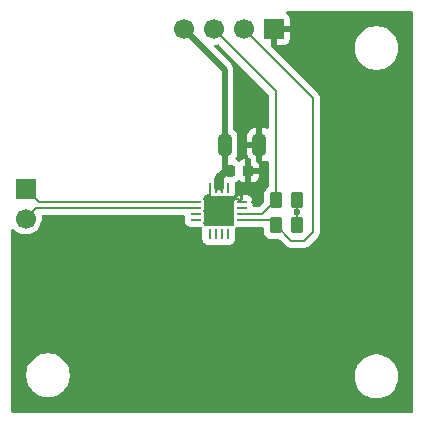
<source format=gbr>
%TF.GenerationSoftware,KiCad,Pcbnew,9.0.3-9.0.3-0~ubuntu24.04.1*%
%TF.CreationDate,2025-12-01T14:44:41+02:00*%
%TF.ProjectId,Induction_Meassure,496e6475-6374-4696-9f6e-5f4d65617373,rev?*%
%TF.SameCoordinates,Original*%
%TF.FileFunction,Copper,L1,Top*%
%TF.FilePolarity,Positive*%
%FSLAX46Y46*%
G04 Gerber Fmt 4.6, Leading zero omitted, Abs format (unit mm)*
G04 Created by KiCad (PCBNEW 9.0.3-9.0.3-0~ubuntu24.04.1) date 2025-12-01 14:44:41*
%MOMM*%
%LPD*%
G01*
G04 APERTURE LIST*
G04 Aperture macros list*
%AMRoundRect*
0 Rectangle with rounded corners*
0 $1 Rounding radius*
0 $2 $3 $4 $5 $6 $7 $8 $9 X,Y pos of 4 corners*
0 Add a 4 corners polygon primitive as box body*
4,1,4,$2,$3,$4,$5,$6,$7,$8,$9,$2,$3,0*
0 Add four circle primitives for the rounded corners*
1,1,$1+$1,$2,$3*
1,1,$1+$1,$4,$5*
1,1,$1+$1,$6,$7*
1,1,$1+$1,$8,$9*
0 Add four rect primitives between the rounded corners*
20,1,$1+$1,$2,$3,$4,$5,0*
20,1,$1+$1,$4,$5,$6,$7,0*
20,1,$1+$1,$6,$7,$8,$9,0*
20,1,$1+$1,$8,$9,$2,$3,0*%
G04 Aperture macros list end*
%TA.AperFunction,SMDPad,CuDef*%
%ADD10RoundRect,0.062500X0.375000X0.062500X-0.375000X0.062500X-0.375000X-0.062500X0.375000X-0.062500X0*%
%TD*%
%TA.AperFunction,SMDPad,CuDef*%
%ADD11RoundRect,0.062500X0.062500X0.375000X-0.062500X0.375000X-0.062500X-0.375000X0.062500X-0.375000X0*%
%TD*%
%TA.AperFunction,HeatsinkPad*%
%ADD12C,0.500000*%
%TD*%
%TA.AperFunction,HeatsinkPad*%
%ADD13R,2.600000X2.600000*%
%TD*%
%TA.AperFunction,SMDPad,CuDef*%
%ADD14RoundRect,0.250000X0.262500X0.450000X-0.262500X0.450000X-0.262500X-0.450000X0.262500X-0.450000X0*%
%TD*%
%TA.AperFunction,ComponentPad*%
%ADD15R,1.700000X1.700000*%
%TD*%
%TA.AperFunction,ComponentPad*%
%ADD16C,1.700000*%
%TD*%
%TA.AperFunction,SMDPad,CuDef*%
%ADD17RoundRect,0.225000X0.225000X0.250000X-0.225000X0.250000X-0.225000X-0.250000X0.225000X-0.250000X0*%
%TD*%
%TA.AperFunction,SMDPad,CuDef*%
%ADD18RoundRect,0.250000X-0.325000X-0.650000X0.325000X-0.650000X0.325000X0.650000X-0.325000X0.650000X0*%
%TD*%
%TA.AperFunction,ViaPad*%
%ADD19C,0.600000*%
%TD*%
%TA.AperFunction,Conductor*%
%ADD20C,0.200000*%
%TD*%
%TA.AperFunction,Conductor*%
%ADD21C,0.500000*%
%TD*%
G04 APERTURE END LIST*
D10*
%TO.P,U1,1,SCL*%
%TO.N,Net-(J1-Pin_2)*%
X171187500Y-81550000D03*
%TO.P,U1,2,SDA*%
%TO.N,Net-(J1-Pin_3)*%
X171187500Y-81050000D03*
%TO.P,U1,3,CLKIN*%
%TO.N,unconnected-(U1-CLKIN-Pad3)*%
X171187500Y-80550000D03*
%TO.P,U1,4,ADDR*%
%TO.N,GND*%
X171187500Y-80050000D03*
D11*
%TO.P,U1,5,INTB*%
%TO.N,unconnected-(U1-INTB-Pad5)*%
X170000000Y-78862500D03*
%TO.P,U1,6,SD*%
%TO.N,Net-(J1-Pin_4)*%
X169500000Y-78862500D03*
%TO.P,U1,7,VDD*%
X169000000Y-78862500D03*
%TO.P,U1,8,GND*%
%TO.N,GND*%
X168500000Y-78862500D03*
D10*
%TO.P,U1,9,IN0A*%
%TO.N,Net-(J2-Pin_1)*%
X167312500Y-80050000D03*
%TO.P,U1,10,IN0B*%
%TO.N,Net-(J2-Pin_2)*%
X167312500Y-80550000D03*
%TO.P,U1,11,IN1A*%
%TO.N,unconnected-(U1-IN1A-Pad11)*%
X167312500Y-81050000D03*
%TO.P,U1,12,IN1B*%
%TO.N,unconnected-(U1-IN1B-Pad12)*%
X167312500Y-81550000D03*
D11*
%TO.P,U1,13,IN2A*%
%TO.N,unconnected-(U1-IN2A-Pad13)*%
X168500000Y-82737500D03*
%TO.P,U1,14,IN2B*%
%TO.N,unconnected-(U1-IN2B-Pad14)*%
X169000000Y-82737500D03*
%TO.P,U1,15,IN3A*%
%TO.N,unconnected-(U1-IN3A-Pad15)*%
X169500000Y-82737500D03*
%TO.P,U1,16,IN3B*%
%TO.N,unconnected-(U1-IN3B-Pad16)*%
X170000000Y-82737500D03*
D12*
%TO.P,U1,17,GND*%
%TO.N,GND*%
X170300000Y-81850000D03*
X170300000Y-80800000D03*
X170300000Y-79750000D03*
X169250000Y-81850000D03*
X169250000Y-80800000D03*
D13*
X169250000Y-80800000D03*
D12*
X169250000Y-79750000D03*
X168200000Y-81850000D03*
X168200000Y-80800000D03*
X168200000Y-79750000D03*
%TD*%
D14*
%TO.P,R1,1*%
%TO.N,Net-(J1-Pin_4)*%
X175912500Y-79900000D03*
%TO.P,R1,2*%
%TO.N,Net-(J1-Pin_3)*%
X174087500Y-79900000D03*
%TD*%
%TO.P,R2,1*%
%TO.N,Net-(J1-Pin_4)*%
X175900000Y-82000000D03*
%TO.P,R2,2*%
%TO.N,Net-(J1-Pin_2)*%
X174075000Y-82000000D03*
%TD*%
D15*
%TO.P,J2,1,Pin_1*%
%TO.N,Net-(J2-Pin_1)*%
X152900000Y-78900000D03*
D16*
%TO.P,J2,2,Pin_2*%
%TO.N,Net-(J2-Pin_2)*%
X152900000Y-81440000D03*
%TD*%
D17*
%TO.P,C1,1*%
%TO.N,GND*%
X171750000Y-77400000D03*
%TO.P,C1,2*%
%TO.N,Net-(J1-Pin_4)*%
X170200000Y-77400000D03*
%TD*%
D18*
%TO.P,C2,1*%
%TO.N,Net-(J1-Pin_4)*%
X169750000Y-75200000D03*
%TO.P,C2,2*%
%TO.N,GND*%
X172700000Y-75200000D03*
%TD*%
D15*
%TO.P,J1,1,Pin_1*%
%TO.N,GND*%
X173900000Y-65400000D03*
D16*
%TO.P,J1,2,Pin_2*%
%TO.N,Net-(J1-Pin_2)*%
X171360000Y-65400000D03*
%TO.P,J1,3,Pin_3*%
%TO.N,Net-(J1-Pin_3)*%
X168820000Y-65400000D03*
%TO.P,J1,4,Pin_4*%
%TO.N,Net-(J1-Pin_4)*%
X166280000Y-65400000D03*
%TD*%
D19*
%TO.N,GND*%
X172700000Y-73700000D03*
X173200000Y-77400000D03*
%TO.N,Net-(J1-Pin_4)*%
X175900000Y-80900000D03*
X169750000Y-76600000D03*
%TD*%
D20*
%TO.N,GND*%
X170300000Y-79750000D02*
X170887500Y-79750000D01*
X168500000Y-79450000D02*
X168200000Y-79750000D01*
X171750000Y-77400000D02*
X173200000Y-77400000D01*
X170887500Y-79750000D02*
X171187500Y-80050000D01*
X168500000Y-78862500D02*
X168500000Y-79450000D01*
X172700000Y-73700000D02*
X172700000Y-75200000D01*
D21*
%TO.N,Net-(J1-Pin_4)*%
X169750000Y-77400000D02*
X169275000Y-77875000D01*
X169275000Y-77875000D02*
X169076000Y-78074000D01*
X166280000Y-65400000D02*
X169750000Y-68870000D01*
D20*
X169750000Y-76600000D02*
X169750000Y-77850000D01*
D21*
X169750000Y-68870000D02*
X169750000Y-72000000D01*
X169750000Y-72000000D02*
X169750000Y-75200000D01*
X169750000Y-76600000D02*
X169750000Y-75200000D01*
X169750000Y-76600000D02*
X169750000Y-77400000D01*
D20*
X169750000Y-77850000D02*
X169500000Y-78100000D01*
X175900000Y-82000000D02*
X175900000Y-79912500D01*
D21*
X169275000Y-77875000D02*
X169424000Y-78024000D01*
D20*
X175900000Y-79912500D02*
X175912500Y-79900000D01*
D21*
X169076000Y-78074000D02*
X169076000Y-78862500D01*
X169424000Y-78024000D02*
X169424000Y-78862500D01*
D20*
X169500000Y-78100000D02*
X169500000Y-78862500D01*
D21*
X169275000Y-77875000D02*
X169275000Y-78587500D01*
D20*
%TO.N,Net-(J2-Pin_1)*%
X154050000Y-80050000D02*
X152900000Y-78900000D01*
X167312500Y-80050000D02*
X154050000Y-80050000D01*
%TO.N,Net-(J1-Pin_3)*%
X171187500Y-81050000D02*
X172937500Y-81050000D01*
X172937500Y-81050000D02*
X174087500Y-79900000D01*
X174087500Y-70667500D02*
X174087500Y-79900000D01*
X168820000Y-65400000D02*
X174087500Y-70667500D01*
%TO.N,Net-(J1-Pin_2)*%
X172400000Y-81550000D02*
X173625000Y-81550000D01*
X177200000Y-71240000D02*
X177200000Y-82600000D01*
X171187500Y-81550000D02*
X172400000Y-81550000D01*
X173625000Y-81550000D02*
X174075000Y-82000000D01*
X177200000Y-82600000D02*
X176500000Y-83300000D01*
X171360000Y-65400000D02*
X177200000Y-71240000D01*
X175375000Y-83300000D02*
X174075000Y-82000000D01*
X176500000Y-83300000D02*
X175375000Y-83300000D01*
%TO.N,Net-(J2-Pin_2)*%
X167312500Y-80550000D02*
X153790000Y-80550000D01*
X153790000Y-80550000D02*
X152900000Y-81440000D01*
%TD*%
%TA.AperFunction,Conductor*%
%TO.N,GND*%
G36*
X185632539Y-63900185D02*
G01*
X185678294Y-63952989D01*
X185689500Y-64004500D01*
X185689500Y-97755500D01*
X185669815Y-97822539D01*
X185617011Y-97868294D01*
X185565500Y-97879500D01*
X151814500Y-97879500D01*
X151747461Y-97859815D01*
X151701706Y-97807011D01*
X151690500Y-97755500D01*
X151690500Y-94578711D01*
X152949500Y-94578711D01*
X152949500Y-94821288D01*
X152981161Y-95061785D01*
X153043947Y-95296104D01*
X153085367Y-95396100D01*
X153136776Y-95520212D01*
X153258064Y-95730289D01*
X153258066Y-95730292D01*
X153258067Y-95730293D01*
X153405733Y-95922736D01*
X153405739Y-95922743D01*
X153577256Y-96094260D01*
X153577262Y-96094265D01*
X153769711Y-96241936D01*
X153979788Y-96363224D01*
X154203900Y-96456054D01*
X154438211Y-96518838D01*
X154618586Y-96542584D01*
X154678711Y-96550500D01*
X154678712Y-96550500D01*
X154921289Y-96550500D01*
X154969388Y-96544167D01*
X155161789Y-96518838D01*
X155396100Y-96456054D01*
X155620212Y-96363224D01*
X155830289Y-96241936D01*
X156022738Y-96094265D01*
X156194265Y-95922738D01*
X156341936Y-95730289D01*
X156463224Y-95520212D01*
X156556054Y-95296100D01*
X156618838Y-95061789D01*
X156650500Y-94821288D01*
X156650500Y-94678711D01*
X180749500Y-94678711D01*
X180749500Y-94921288D01*
X180781161Y-95161785D01*
X180843947Y-95396104D01*
X180936773Y-95620205D01*
X180936776Y-95620212D01*
X181058064Y-95830289D01*
X181058066Y-95830292D01*
X181058067Y-95830293D01*
X181205733Y-96022736D01*
X181205739Y-96022743D01*
X181377256Y-96194260D01*
X181377262Y-96194265D01*
X181569711Y-96341936D01*
X181779788Y-96463224D01*
X182003900Y-96556054D01*
X182238211Y-96618838D01*
X182418586Y-96642584D01*
X182478711Y-96650500D01*
X182478712Y-96650500D01*
X182721289Y-96650500D01*
X182769388Y-96644167D01*
X182961789Y-96618838D01*
X183196100Y-96556054D01*
X183420212Y-96463224D01*
X183630289Y-96341936D01*
X183822738Y-96194265D01*
X183994265Y-96022738D01*
X184141936Y-95830289D01*
X184263224Y-95620212D01*
X184356054Y-95396100D01*
X184418838Y-95161789D01*
X184450500Y-94921288D01*
X184450500Y-94678712D01*
X184418838Y-94438211D01*
X184356054Y-94203900D01*
X184263224Y-93979788D01*
X184141936Y-93769711D01*
X184081018Y-93690321D01*
X183994266Y-93577263D01*
X183994260Y-93577256D01*
X183822743Y-93405739D01*
X183822736Y-93405733D01*
X183630293Y-93258067D01*
X183630292Y-93258066D01*
X183630289Y-93258064D01*
X183420212Y-93136776D01*
X183420205Y-93136773D01*
X183196104Y-93043947D01*
X182961785Y-92981161D01*
X182721289Y-92949500D01*
X182721288Y-92949500D01*
X182478712Y-92949500D01*
X182478711Y-92949500D01*
X182238214Y-92981161D01*
X182003895Y-93043947D01*
X181779794Y-93136773D01*
X181779785Y-93136777D01*
X181569706Y-93258067D01*
X181377263Y-93405733D01*
X181377256Y-93405739D01*
X181205739Y-93577256D01*
X181205733Y-93577263D01*
X181058067Y-93769706D01*
X180936777Y-93979785D01*
X180936773Y-93979794D01*
X180843947Y-94203895D01*
X180781161Y-94438214D01*
X180749500Y-94678711D01*
X156650500Y-94678711D01*
X156650500Y-94578712D01*
X156618838Y-94338211D01*
X156556054Y-94103900D01*
X156463224Y-93879788D01*
X156341936Y-93669711D01*
X156194265Y-93477262D01*
X156194260Y-93477256D01*
X156022743Y-93305739D01*
X156022736Y-93305733D01*
X155830293Y-93158067D01*
X155830292Y-93158066D01*
X155830289Y-93158064D01*
X155620212Y-93036776D01*
X155620205Y-93036773D01*
X155396104Y-92943947D01*
X155161785Y-92881161D01*
X154921289Y-92849500D01*
X154921288Y-92849500D01*
X154678712Y-92849500D01*
X154678711Y-92849500D01*
X154438214Y-92881161D01*
X154203895Y-92943947D01*
X153979794Y-93036773D01*
X153979785Y-93036777D01*
X153769706Y-93158067D01*
X153577263Y-93305733D01*
X153577256Y-93305739D01*
X153405739Y-93477256D01*
X153405733Y-93477263D01*
X153258067Y-93669706D01*
X153136777Y-93879785D01*
X153136773Y-93879794D01*
X153043947Y-94103895D01*
X152981161Y-94338214D01*
X152949500Y-94578711D01*
X151690500Y-94578711D01*
X151690500Y-82439758D01*
X151710185Y-82372719D01*
X151762989Y-82326964D01*
X151832147Y-82317020D01*
X151895703Y-82346045D01*
X151902181Y-82352077D01*
X152020213Y-82470109D01*
X152192179Y-82595048D01*
X152192181Y-82595049D01*
X152192184Y-82595051D01*
X152381588Y-82691557D01*
X152583757Y-82757246D01*
X152793713Y-82790500D01*
X152793714Y-82790500D01*
X153006286Y-82790500D01*
X153006287Y-82790500D01*
X153216243Y-82757246D01*
X153418412Y-82691557D01*
X153607816Y-82595051D01*
X153738619Y-82500018D01*
X153779786Y-82470109D01*
X153779788Y-82470106D01*
X153779792Y-82470104D01*
X153930104Y-82319792D01*
X153930106Y-82319788D01*
X153930109Y-82319786D01*
X154045466Y-82161009D01*
X154055051Y-82147816D01*
X154151557Y-81958412D01*
X154217246Y-81756243D01*
X154250500Y-81546287D01*
X154250500Y-81333713D01*
X154250500Y-81333706D01*
X154244195Y-81293897D01*
X154253150Y-81224604D01*
X154298146Y-81171152D01*
X154364898Y-81150513D01*
X154366668Y-81150500D01*
X166265899Y-81150500D01*
X166295095Y-81159073D01*
X166324858Y-81165414D01*
X166328295Y-81168821D01*
X166332938Y-81170185D01*
X166352859Y-81193175D01*
X166374475Y-81214606D01*
X166376335Y-81220268D01*
X166378693Y-81222989D01*
X166386951Y-81247622D01*
X166388130Y-81252932D01*
X166388991Y-81259472D01*
X166390265Y-81262548D01*
X166392613Y-81273122D01*
X166390965Y-81297638D01*
X166393581Y-81322073D01*
X166390517Y-81332522D01*
X166391095Y-81332677D01*
X166388990Y-81340529D01*
X166374500Y-81450598D01*
X166374500Y-81649403D01*
X166388988Y-81759463D01*
X166388991Y-81759472D01*
X166406260Y-81801164D01*
X166445721Y-81896429D01*
X166535964Y-82014036D01*
X166653571Y-82104279D01*
X166790528Y-82161009D01*
X166900599Y-82175500D01*
X167724400Y-82175499D01*
X167737039Y-82173835D01*
X167806073Y-82184600D01*
X167858329Y-82230980D01*
X167877215Y-82298249D01*
X167876164Y-82312952D01*
X167874500Y-82325596D01*
X167874500Y-83149403D01*
X167888988Y-83259463D01*
X167888991Y-83259472D01*
X167945721Y-83396429D01*
X168035964Y-83514036D01*
X168153571Y-83604279D01*
X168290528Y-83661009D01*
X168400599Y-83675500D01*
X168599400Y-83675499D01*
X168599401Y-83675499D01*
X168616087Y-83673302D01*
X168709472Y-83661009D01*
X168709475Y-83661007D01*
X168717326Y-83658905D01*
X168718210Y-83662207D01*
X168771925Y-83656392D01*
X168782514Y-83659501D01*
X168782674Y-83658905D01*
X168790524Y-83661008D01*
X168790526Y-83661008D01*
X168790528Y-83661009D01*
X168900599Y-83675500D01*
X169099400Y-83675499D01*
X169099401Y-83675499D01*
X169116087Y-83673302D01*
X169209472Y-83661009D01*
X169209475Y-83661007D01*
X169217326Y-83658905D01*
X169218210Y-83662207D01*
X169271925Y-83656392D01*
X169282514Y-83659501D01*
X169282674Y-83658905D01*
X169290524Y-83661008D01*
X169290526Y-83661008D01*
X169290528Y-83661009D01*
X169400599Y-83675500D01*
X169599400Y-83675499D01*
X169599401Y-83675499D01*
X169616087Y-83673302D01*
X169709472Y-83661009D01*
X169709475Y-83661007D01*
X169717326Y-83658905D01*
X169718210Y-83662207D01*
X169771925Y-83656392D01*
X169782514Y-83659501D01*
X169782674Y-83658905D01*
X169790524Y-83661008D01*
X169790526Y-83661008D01*
X169790528Y-83661009D01*
X169900599Y-83675500D01*
X170099400Y-83675499D01*
X170099403Y-83675499D01*
X170209463Y-83661011D01*
X170209467Y-83661009D01*
X170209472Y-83661009D01*
X170346429Y-83604279D01*
X170464036Y-83514036D01*
X170554279Y-83396429D01*
X170611009Y-83259472D01*
X170625500Y-83149401D01*
X170625499Y-82325600D01*
X170625498Y-82325596D01*
X170623835Y-82312960D01*
X170634601Y-82243925D01*
X170680981Y-82191669D01*
X170748249Y-82172784D01*
X170762959Y-82173836D01*
X170763945Y-82173965D01*
X170775599Y-82175500D01*
X171599400Y-82175499D01*
X171599403Y-82175499D01*
X171709463Y-82161011D01*
X171709466Y-82161009D01*
X171709472Y-82161009D01*
X171712058Y-82159938D01*
X171759508Y-82150500D01*
X172320943Y-82150500D01*
X172938001Y-82150500D01*
X173005040Y-82170185D01*
X173050795Y-82222989D01*
X173062001Y-82274500D01*
X173062001Y-82500018D01*
X173072500Y-82602796D01*
X173072501Y-82602799D01*
X173101913Y-82691557D01*
X173127686Y-82769334D01*
X173219788Y-82918656D01*
X173343844Y-83042712D01*
X173493166Y-83134814D01*
X173659703Y-83189999D01*
X173762491Y-83200500D01*
X174374901Y-83200499D01*
X174441940Y-83220183D01*
X174462582Y-83236818D01*
X175006284Y-83780520D01*
X175006286Y-83780521D01*
X175006290Y-83780524D01*
X175143209Y-83859573D01*
X175143216Y-83859577D01*
X175295943Y-83900501D01*
X175295945Y-83900501D01*
X175461654Y-83900501D01*
X175461670Y-83900500D01*
X176413331Y-83900500D01*
X176413347Y-83900501D01*
X176420943Y-83900501D01*
X176579054Y-83900501D01*
X176579057Y-83900501D01*
X176731785Y-83859577D01*
X176781904Y-83830639D01*
X176868716Y-83780520D01*
X176980520Y-83668716D01*
X176980520Y-83668714D01*
X176990728Y-83658507D01*
X176990730Y-83658504D01*
X177558506Y-83090728D01*
X177558511Y-83090724D01*
X177568714Y-83080520D01*
X177568716Y-83080520D01*
X177680520Y-82968716D01*
X177759577Y-82831784D01*
X177800500Y-82679057D01*
X177800500Y-71160943D01*
X177759577Y-71008216D01*
X177759577Y-71008215D01*
X177696686Y-70899285D01*
X177680520Y-70871284D01*
X177568716Y-70759480D01*
X177568715Y-70759479D01*
X177564385Y-70755149D01*
X177564374Y-70755139D01*
X173687946Y-66878711D01*
X180749500Y-66878711D01*
X180749500Y-67121288D01*
X180781161Y-67361785D01*
X180843947Y-67596104D01*
X180936773Y-67820205D01*
X180936776Y-67820212D01*
X181058064Y-68030289D01*
X181058066Y-68030292D01*
X181058067Y-68030293D01*
X181205733Y-68222736D01*
X181205739Y-68222743D01*
X181377256Y-68394260D01*
X181377262Y-68394265D01*
X181569711Y-68541936D01*
X181779788Y-68663224D01*
X182003900Y-68756054D01*
X182238211Y-68818838D01*
X182418586Y-68842584D01*
X182478711Y-68850500D01*
X182478712Y-68850500D01*
X182721289Y-68850500D01*
X182769388Y-68844167D01*
X182961789Y-68818838D01*
X183196100Y-68756054D01*
X183420212Y-68663224D01*
X183630289Y-68541936D01*
X183822738Y-68394265D01*
X183994265Y-68222738D01*
X184141936Y-68030289D01*
X184263224Y-67820212D01*
X184356054Y-67596100D01*
X184418838Y-67361789D01*
X184450500Y-67121288D01*
X184450500Y-66878712D01*
X184418838Y-66638211D01*
X184356054Y-66403900D01*
X184263224Y-66179788D01*
X184141936Y-65969711D01*
X184035339Y-65830791D01*
X183994266Y-65777263D01*
X183994260Y-65777256D01*
X183822743Y-65605739D01*
X183822736Y-65605733D01*
X183630293Y-65458067D01*
X183630292Y-65458066D01*
X183630289Y-65458064D01*
X183420212Y-65336776D01*
X183413930Y-65334174D01*
X183196104Y-65243947D01*
X182961785Y-65181161D01*
X182721289Y-65149500D01*
X182721288Y-65149500D01*
X182478712Y-65149500D01*
X182478711Y-65149500D01*
X182238214Y-65181161D01*
X182003895Y-65243947D01*
X181779794Y-65336773D01*
X181779785Y-65336777D01*
X181650871Y-65411206D01*
X181571622Y-65456961D01*
X181569706Y-65458067D01*
X181377263Y-65605733D01*
X181377256Y-65605739D01*
X181205739Y-65777256D01*
X181205733Y-65777263D01*
X181058067Y-65969706D01*
X180936777Y-66179785D01*
X180936773Y-66179794D01*
X180843947Y-66403895D01*
X180781161Y-66638214D01*
X180749500Y-66878711D01*
X173687946Y-66878711D01*
X173686319Y-66877084D01*
X173652834Y-66815761D01*
X173650000Y-66789403D01*
X173650000Y-65833012D01*
X173707007Y-65865925D01*
X173834174Y-65900000D01*
X173965826Y-65900000D01*
X174092993Y-65865925D01*
X174150000Y-65833012D01*
X174150000Y-66750000D01*
X174797828Y-66750000D01*
X174797844Y-66749999D01*
X174857372Y-66743598D01*
X174857379Y-66743596D01*
X174992086Y-66693354D01*
X174992093Y-66693350D01*
X175107187Y-66607190D01*
X175107190Y-66607187D01*
X175193350Y-66492093D01*
X175193354Y-66492086D01*
X175243596Y-66357379D01*
X175243598Y-66357372D01*
X175249999Y-66297844D01*
X175250000Y-66297827D01*
X175250000Y-65650000D01*
X174333012Y-65650000D01*
X174365925Y-65592993D01*
X174400000Y-65465826D01*
X174400000Y-65334174D01*
X174365925Y-65207007D01*
X174333012Y-65150000D01*
X175250000Y-65150000D01*
X175250000Y-64502172D01*
X175249999Y-64502155D01*
X175243598Y-64442627D01*
X175243596Y-64442620D01*
X175193354Y-64307913D01*
X175193350Y-64307906D01*
X175107190Y-64192812D01*
X174988241Y-64103766D01*
X174946371Y-64047832D01*
X174941387Y-63978141D01*
X174974873Y-63916818D01*
X175036196Y-63883334D01*
X175062553Y-63880500D01*
X185565500Y-63880500D01*
X185632539Y-63900185D01*
G37*
%TD.AperFunction*%
%TA.AperFunction,Conductor*%
G36*
X168324938Y-79361167D02*
G01*
X168336933Y-79362025D01*
X168355790Y-79376140D01*
X168376978Y-79386424D01*
X168383239Y-79396688D01*
X168392867Y-79403895D01*
X168408161Y-79430752D01*
X168412017Y-79440062D01*
X168438981Y-79505159D01*
X168445721Y-79521429D01*
X168527931Y-79628567D01*
X168553124Y-79693733D01*
X168553554Y-79704051D01*
X168553554Y-79750000D01*
X168724999Y-79921445D01*
X168809626Y-79836818D01*
X168870949Y-79803333D01*
X168897308Y-79800499D01*
X168900591Y-79800499D01*
X168900599Y-79800500D01*
X169099400Y-79800499D01*
X169099402Y-79800499D01*
X169128382Y-79796683D01*
X169159406Y-79792599D01*
X169165224Y-79806645D01*
X169193355Y-79834776D01*
X169230109Y-79850000D01*
X169269891Y-79850000D01*
X169306645Y-79834776D01*
X169334776Y-79806645D01*
X169340593Y-79792600D01*
X169400599Y-79800500D01*
X169599400Y-79800499D01*
X169602690Y-79800499D01*
X169669730Y-79820183D01*
X169690372Y-79836818D01*
X169774999Y-79921445D01*
X169859626Y-79836818D01*
X169920949Y-79803333D01*
X169947300Y-79800499D01*
X170099400Y-79800499D01*
X170099403Y-79800499D01*
X170206821Y-79786358D01*
X170215224Y-79806645D01*
X170243355Y-79834776D01*
X170280109Y-79850000D01*
X170319891Y-79850000D01*
X170356645Y-79834776D01*
X170384776Y-79806645D01*
X170400000Y-79769891D01*
X170400000Y-79730109D01*
X170386818Y-79698286D01*
X170454070Y-79646682D01*
X170519236Y-79621490D01*
X170587681Y-79635528D01*
X170637671Y-79684342D01*
X170643525Y-79696208D01*
X170685763Y-79794748D01*
X170687194Y-79806687D01*
X170692958Y-79817242D01*
X170691277Y-79840736D01*
X170694082Y-79864120D01*
X170688831Y-79874937D01*
X170687974Y-79886934D01*
X170673858Y-79905789D01*
X170663575Y-79926978D01*
X170653308Y-79933240D01*
X170646102Y-79942867D01*
X170619246Y-79958161D01*
X170528571Y-79995720D01*
X170528570Y-79995721D01*
X170421434Y-80077930D01*
X170356265Y-80103124D01*
X170345948Y-80103554D01*
X170300000Y-80103554D01*
X170128554Y-80275000D01*
X170213181Y-80359627D01*
X170246666Y-80420950D01*
X170249500Y-80447307D01*
X170249500Y-80649403D01*
X170257398Y-80709406D01*
X170243355Y-80715224D01*
X170215224Y-80743355D01*
X170200000Y-80780109D01*
X170200000Y-80819891D01*
X170215224Y-80856645D01*
X170243355Y-80884776D01*
X170257399Y-80890593D01*
X170249500Y-80950598D01*
X170249500Y-81152689D01*
X170229815Y-81219728D01*
X170213182Y-81240369D01*
X170128554Y-81324999D01*
X170213181Y-81409626D01*
X170227459Y-81435775D01*
X170243937Y-81460585D01*
X170245062Y-81468011D01*
X170246666Y-81470949D01*
X170249486Y-81495440D01*
X170249500Y-81496384D01*
X170249501Y-81649400D01*
X170252102Y-81669163D01*
X170252211Y-81676356D01*
X170244718Y-81703373D01*
X170240396Y-81731080D01*
X170235506Y-81736588D01*
X170233538Y-81743685D01*
X170212627Y-81762362D01*
X170194013Y-81783333D01*
X170186922Y-81785323D01*
X170181429Y-81790230D01*
X170153736Y-81794638D01*
X170126743Y-81802215D01*
X170112526Y-81801198D01*
X170112428Y-81801214D01*
X170112366Y-81801186D01*
X170112046Y-81801164D01*
X170099402Y-81799500D01*
X169947308Y-81799500D01*
X169880269Y-81779815D01*
X169859626Y-81763181D01*
X169775000Y-81678554D01*
X169690371Y-81763182D01*
X169629047Y-81796666D01*
X169602691Y-81799500D01*
X169400596Y-81799500D01*
X169340593Y-81807398D01*
X169334776Y-81793355D01*
X169306645Y-81765224D01*
X169269891Y-81750000D01*
X169230109Y-81750000D01*
X169193355Y-81765224D01*
X169165224Y-81793355D01*
X169159406Y-81807399D01*
X169099402Y-81799500D01*
X168897309Y-81799500D01*
X168830270Y-81779815D01*
X168809628Y-81763181D01*
X168725001Y-81678554D01*
X168725000Y-81678554D01*
X168640371Y-81763182D01*
X168614223Y-81777458D01*
X168589413Y-81793937D01*
X168581983Y-81795062D01*
X168579047Y-81796666D01*
X168554558Y-81799486D01*
X168553613Y-81799500D01*
X168400600Y-81799501D01*
X168380836Y-81802102D01*
X168373643Y-81802211D01*
X168346622Y-81794717D01*
X168318918Y-81790395D01*
X168313410Y-81785506D01*
X168306314Y-81783538D01*
X168287635Y-81762626D01*
X168266665Y-81744012D01*
X168264674Y-81736921D01*
X168259769Y-81731429D01*
X168255360Y-81703736D01*
X168247784Y-81676742D01*
X168248800Y-81662528D01*
X168248785Y-81662428D01*
X168248812Y-81662364D01*
X168248836Y-81662039D01*
X168250500Y-81649401D01*
X168250499Y-81497308D01*
X168270183Y-81430269D01*
X168286818Y-81409626D01*
X168371444Y-81325000D01*
X169078554Y-81325000D01*
X169250000Y-81496446D01*
X169421446Y-81325000D01*
X169250000Y-81153554D01*
X169078554Y-81325000D01*
X168371444Y-81325000D01*
X168371445Y-81324999D01*
X168286818Y-81240372D01*
X168253333Y-81179049D01*
X168250499Y-81152691D01*
X168250499Y-81149408D01*
X168250500Y-81149401D01*
X168250499Y-80950600D01*
X168242599Y-80890593D01*
X168256645Y-80884776D01*
X168284776Y-80856645D01*
X168300000Y-80819891D01*
X168300000Y-80800000D01*
X168553554Y-80800000D01*
X168725000Y-80971446D01*
X168896446Y-80800000D01*
X168876555Y-80780109D01*
X169150000Y-80780109D01*
X169150000Y-80819891D01*
X169165224Y-80856645D01*
X169193355Y-80884776D01*
X169230109Y-80900000D01*
X169269891Y-80900000D01*
X169306645Y-80884776D01*
X169334776Y-80856645D01*
X169350000Y-80819891D01*
X169350000Y-80800000D01*
X169603554Y-80800000D01*
X169775000Y-80971446D01*
X169946446Y-80800000D01*
X169775000Y-80628554D01*
X169603554Y-80800000D01*
X169350000Y-80800000D01*
X169350000Y-80780109D01*
X169334776Y-80743355D01*
X169306645Y-80715224D01*
X169269891Y-80700000D01*
X169230109Y-80700000D01*
X169193355Y-80715224D01*
X169165224Y-80743355D01*
X169150000Y-80780109D01*
X168876555Y-80780109D01*
X168725000Y-80628554D01*
X168553554Y-80800000D01*
X168300000Y-80800000D01*
X168300000Y-80780109D01*
X168284776Y-80743355D01*
X168256645Y-80715224D01*
X168242600Y-80709406D01*
X168250500Y-80649401D01*
X168250499Y-80450600D01*
X168250499Y-80450599D01*
X168250499Y-80447310D01*
X168270183Y-80380270D01*
X168286818Y-80359627D01*
X168371444Y-80275000D01*
X169078554Y-80275000D01*
X169250000Y-80446446D01*
X169421446Y-80275000D01*
X169250000Y-80103554D01*
X169078554Y-80275000D01*
X168371444Y-80275000D01*
X168371445Y-80274999D01*
X168286818Y-80190372D01*
X168253333Y-80129049D01*
X168250499Y-80102698D01*
X168250499Y-79950600D01*
X168250499Y-79950596D01*
X168236358Y-79843178D01*
X168256645Y-79834776D01*
X168284776Y-79806645D01*
X168300000Y-79769891D01*
X168300000Y-79730109D01*
X168284776Y-79693355D01*
X168256645Y-79665224D01*
X168219891Y-79650000D01*
X168180109Y-79650000D01*
X168148286Y-79663181D01*
X168096682Y-79595929D01*
X168071490Y-79530764D01*
X168085528Y-79462319D01*
X168134342Y-79412329D01*
X168146207Y-79406475D01*
X168244748Y-79364236D01*
X168256686Y-79362804D01*
X168267241Y-79357041D01*
X168290736Y-79358721D01*
X168314121Y-79355917D01*
X168324938Y-79361167D01*
G37*
%TD.AperFunction*%
%TA.AperFunction,Conductor*%
G36*
X169220671Y-66702302D02*
G01*
X169248362Y-66701511D01*
X169255364Y-66705531D01*
X169262652Y-66706210D01*
X169279476Y-66719376D01*
X169304522Y-66733757D01*
X173450681Y-70879916D01*
X173484166Y-70941239D01*
X173487000Y-70967597D01*
X173487000Y-73741267D01*
X173467315Y-73808306D01*
X173414511Y-73854061D01*
X173345353Y-73864005D01*
X173323996Y-73858973D01*
X173177697Y-73810494D01*
X173177690Y-73810493D01*
X173074986Y-73800000D01*
X172950000Y-73800000D01*
X172950000Y-76599999D01*
X173074972Y-76599999D01*
X173074986Y-76599998D01*
X173177695Y-76589506D01*
X173323995Y-76541026D01*
X173393824Y-76538624D01*
X173453866Y-76574355D01*
X173485059Y-76636875D01*
X173487000Y-76658732D01*
X173487000Y-78707491D01*
X173467315Y-78774530D01*
X173428098Y-78813029D01*
X173356344Y-78857287D01*
X173232289Y-78981342D01*
X173140187Y-79130663D01*
X173140186Y-79130666D01*
X173085001Y-79297203D01*
X173085001Y-79297204D01*
X173085000Y-79297204D01*
X173074500Y-79399983D01*
X173074500Y-80012401D01*
X173054815Y-80079440D01*
X173038185Y-80100077D01*
X172725082Y-80413182D01*
X172663761Y-80446666D01*
X172637403Y-80449500D01*
X172234101Y-80449500D01*
X172205170Y-80441005D01*
X172175647Y-80434858D01*
X172171984Y-80431260D01*
X172167062Y-80429815D01*
X172147320Y-80407032D01*
X172125803Y-80385895D01*
X172123822Y-80379913D01*
X172121307Y-80377011D01*
X172113175Y-80352938D01*
X172111906Y-80347349D01*
X172111009Y-80340528D01*
X172109572Y-80337059D01*
X172107241Y-80326785D01*
X172108789Y-80302036D01*
X172106128Y-80277382D01*
X172109147Y-80267389D01*
X172108418Y-80267194D01*
X172110521Y-80259342D01*
X172121626Y-80175000D01*
X172093506Y-80175000D01*
X172089854Y-80173927D01*
X172086146Y-80174781D01*
X172056596Y-80164162D01*
X172026467Y-80155315D01*
X172022933Y-80152065D01*
X172020393Y-80151152D01*
X171995138Y-80126497D01*
X171993603Y-80124497D01*
X171968402Y-80059331D01*
X171982433Y-79990884D01*
X172031241Y-79940889D01*
X172091971Y-79925000D01*
X172121626Y-79925000D01*
X172110521Y-79840659D01*
X172110521Y-79840657D01*
X172053843Y-79703824D01*
X171963679Y-79586320D01*
X171846175Y-79496156D01*
X171709341Y-79439478D01*
X171599377Y-79425000D01*
X171312500Y-79425000D01*
X171312500Y-79800500D01*
X171309949Y-79809185D01*
X171311238Y-79818147D01*
X171300259Y-79842187D01*
X171292815Y-79867539D01*
X171285974Y-79873466D01*
X171282213Y-79881703D01*
X171259978Y-79895992D01*
X171240011Y-79913294D01*
X171229496Y-79915581D01*
X171223435Y-79919477D01*
X171188500Y-79924500D01*
X171186500Y-79924500D01*
X171119461Y-79904815D01*
X171073706Y-79852011D01*
X171062500Y-79800500D01*
X171062500Y-79425000D01*
X170978553Y-79425000D01*
X170763260Y-79640293D01*
X170701937Y-79673778D01*
X170632245Y-79668794D01*
X170576312Y-79626922D01*
X170551895Y-79561458D01*
X170561018Y-79505159D01*
X170611009Y-79384472D01*
X170625500Y-79274401D01*
X170625499Y-78450600D01*
X170625499Y-78450592D01*
X170625234Y-78446550D01*
X170627086Y-78446428D01*
X170636647Y-78384838D01*
X170682990Y-78332550D01*
X170709859Y-78319902D01*
X170733693Y-78312005D01*
X170733697Y-78312003D01*
X170734444Y-78311542D01*
X170878044Y-78222968D01*
X170887668Y-78213343D01*
X170948987Y-78179856D01*
X171018679Y-78184835D01*
X171063034Y-78213339D01*
X171072267Y-78222572D01*
X171072271Y-78222575D01*
X171216507Y-78311542D01*
X171216518Y-78311547D01*
X171377393Y-78364855D01*
X171476683Y-78374999D01*
X172000000Y-78374999D01*
X172023308Y-78374999D01*
X172023322Y-78374998D01*
X172122607Y-78364855D01*
X172283481Y-78311547D01*
X172283492Y-78311542D01*
X172427728Y-78222575D01*
X172427732Y-78222572D01*
X172547572Y-78102732D01*
X172547575Y-78102728D01*
X172636542Y-77958492D01*
X172636547Y-77958481D01*
X172689855Y-77797606D01*
X172699999Y-77698322D01*
X172700000Y-77698309D01*
X172700000Y-77650000D01*
X172000000Y-77650000D01*
X172000000Y-78374999D01*
X171476683Y-78374999D01*
X171500000Y-78374998D01*
X171500000Y-76424999D01*
X171476693Y-76425000D01*
X171476674Y-76425001D01*
X171377392Y-76435144D01*
X171216518Y-76488452D01*
X171216507Y-76488457D01*
X171072271Y-76577424D01*
X171072265Y-76577428D01*
X171063031Y-76586663D01*
X171001707Y-76620146D01*
X170932015Y-76615159D01*
X170908062Y-76603133D01*
X170896994Y-76595982D01*
X170878044Y-76577032D01*
X170733697Y-76487997D01*
X170725805Y-76485382D01*
X170712728Y-76476933D01*
X170695256Y-76456670D01*
X170675177Y-76438992D01*
X170672788Y-76430614D01*
X170667101Y-76424018D01*
X170663357Y-76397529D01*
X170656023Y-76371800D01*
X170658503Y-76363182D01*
X170657324Y-76354836D01*
X170666910Y-76333977D01*
X170674479Y-76307684D01*
X170759814Y-76169334D01*
X170814999Y-76002797D01*
X170825500Y-75900009D01*
X170825500Y-75899986D01*
X171625001Y-75899986D01*
X171635494Y-76002697D01*
X171690641Y-76169119D01*
X171690643Y-76169124D01*
X171768285Y-76295000D01*
X171876000Y-76295000D01*
X171943039Y-76314685D01*
X171988794Y-76367489D01*
X172000000Y-76419000D01*
X172000000Y-77150000D01*
X172699999Y-77150000D01*
X172699999Y-77101692D01*
X172699998Y-77101677D01*
X172689855Y-77002392D01*
X172636547Y-76841518D01*
X172636542Y-76841507D01*
X172567763Y-76729999D01*
X172560839Y-76726135D01*
X172506961Y-76710315D01*
X172461206Y-76657511D01*
X172450000Y-76606000D01*
X172450000Y-75450000D01*
X171625001Y-75450000D01*
X171625001Y-75899986D01*
X170825500Y-75899986D01*
X170825499Y-74950000D01*
X170825499Y-74500013D01*
X171625000Y-74500013D01*
X171625000Y-74950000D01*
X172450000Y-74950000D01*
X172450000Y-73800000D01*
X172325027Y-73800000D01*
X172325012Y-73800001D01*
X172222302Y-73810494D01*
X172055880Y-73865641D01*
X172055875Y-73865643D01*
X171906654Y-73957684D01*
X171782684Y-74081654D01*
X171690643Y-74230875D01*
X171690641Y-74230880D01*
X171635494Y-74397302D01*
X171635493Y-74397309D01*
X171625000Y-74500013D01*
X170825499Y-74500013D01*
X170825499Y-74499998D01*
X170825498Y-74499981D01*
X170814999Y-74397203D01*
X170814998Y-74397200D01*
X170759814Y-74230666D01*
X170667712Y-74081344D01*
X170543656Y-73957288D01*
X170538549Y-73952181D01*
X170540435Y-73950294D01*
X170507212Y-73903375D01*
X170500500Y-73863132D01*
X170500500Y-68796079D01*
X170471659Y-68651092D01*
X170471658Y-68651091D01*
X170471658Y-68651087D01*
X170471656Y-68651082D01*
X170415086Y-68514509D01*
X170415085Y-68514507D01*
X170382186Y-68465270D01*
X170382185Y-68465268D01*
X170332956Y-68391589D01*
X170332952Y-68391584D01*
X168896003Y-66954635D01*
X168891026Y-66945521D01*
X168882849Y-66939122D01*
X168874568Y-66915380D01*
X168862518Y-66893312D01*
X168863258Y-66882954D01*
X168859839Y-66873150D01*
X168865708Y-66848701D01*
X168867502Y-66823620D01*
X168873725Y-66815306D01*
X168876149Y-66805211D01*
X168894305Y-66787815D01*
X168909374Y-66767687D01*
X168920442Y-66762774D01*
X168926600Y-66756875D01*
X168954150Y-66747814D01*
X168959926Y-66745251D01*
X168962069Y-66744832D01*
X169136243Y-66717246D01*
X169185697Y-66701176D01*
X169193083Y-66699735D01*
X169220671Y-66702302D01*
G37*
%TD.AperFunction*%
%TD*%
M02*

</source>
